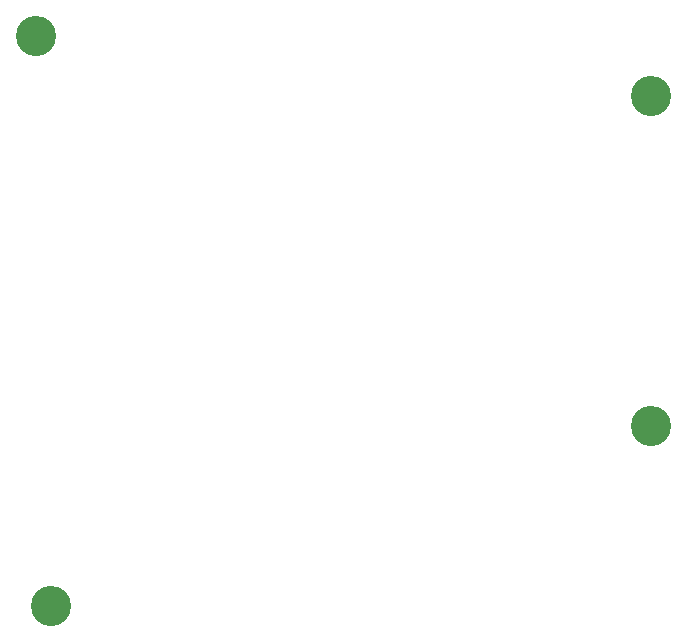
<source format=gbs>
G04*
G04 #@! TF.GenerationSoftware,Altium Limited,Altium Designer,19.0.15 (446)*
G04*
G04 Layer_Color=16711935*
%FSLAX25Y25*%
%MOIN*%
G70*
G01*
G75*
%ADD56C,0.13398*%
D56*
X5000Y-95000D02*
D03*
X0Y95000D02*
D03*
X205000Y-35000D02*
D03*
Y75000D02*
D03*
M02*

</source>
